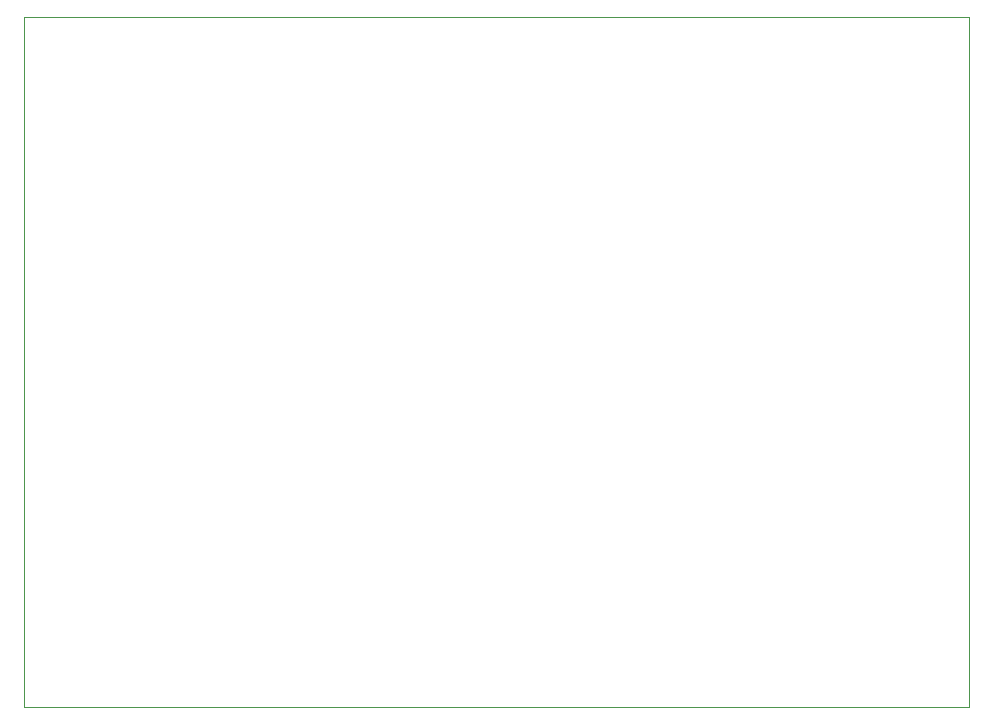
<source format=gm1>
G04 #@! TF.GenerationSoftware,KiCad,Pcbnew,(5.1.10)-1*
G04 #@! TF.CreationDate,2021-07-19T16:23:16-07:00*
G04 #@! TF.ProjectId,1spareparts,31737061-7265-4706-9172-74732e6b6963,rev?*
G04 #@! TF.SameCoordinates,Original*
G04 #@! TF.FileFunction,Profile,NP*
%FSLAX46Y46*%
G04 Gerber Fmt 4.6, Leading zero omitted, Abs format (unit mm)*
G04 Created by KiCad (PCBNEW (5.1.10)-1) date 2021-07-19 16:23:16*
%MOMM*%
%LPD*%
G01*
G04 APERTURE LIST*
G04 #@! TA.AperFunction,Profile*
%ADD10C,0.050000*%
G04 #@! TD*
G04 APERTURE END LIST*
D10*
X105410000Y-121920000D02*
X105410000Y-63500000D01*
X185420000Y-121920000D02*
X105410000Y-121920000D01*
X185420000Y-63500000D02*
X185420000Y-121920000D01*
X105410000Y-63500000D02*
X185420000Y-63500000D01*
M02*

</source>
